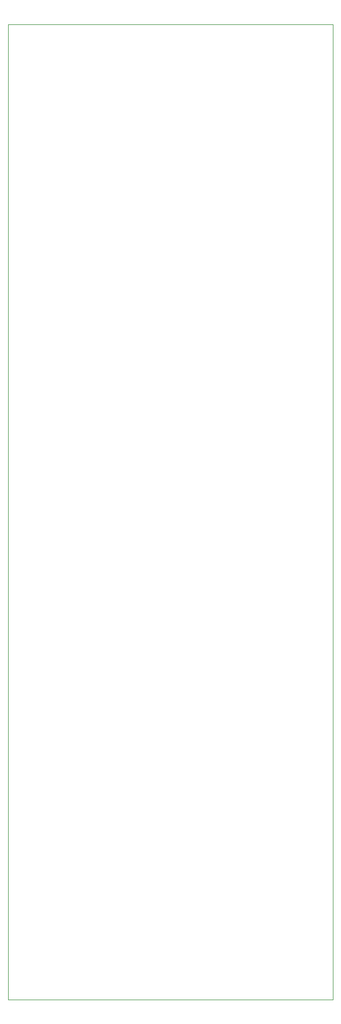
<source format=gm1>
%TF.GenerationSoftware,KiCad,Pcbnew,(6.0.0)*%
%TF.CreationDate,2022-06-12T01:08:41-04:00*%
%TF.ProjectId,8 Seg Design Tool,38205365-6720-4446-9573-69676e20546f,v01*%
%TF.SameCoordinates,Original*%
%TF.FileFunction,Profile,NP*%
%FSLAX46Y46*%
G04 Gerber Fmt 4.6, Leading zero omitted, Abs format (unit mm)*
G04 Created by KiCad (PCBNEW (6.0.0)) date 2022-06-12 01:08:41*
%MOMM*%
%LPD*%
G01*
G04 APERTURE LIST*
%TA.AperFunction,Profile*%
%ADD10C,0.025400*%
%TD*%
G04 APERTURE END LIST*
D10*
X147320000Y-23622000D02*
X96520000Y-23622000D01*
X96520000Y-23622000D02*
X96520000Y-176022000D01*
X96520000Y-176022000D02*
X147320000Y-176022000D01*
X147320000Y-176022000D02*
X147320000Y-23622000D01*
M02*

</source>
